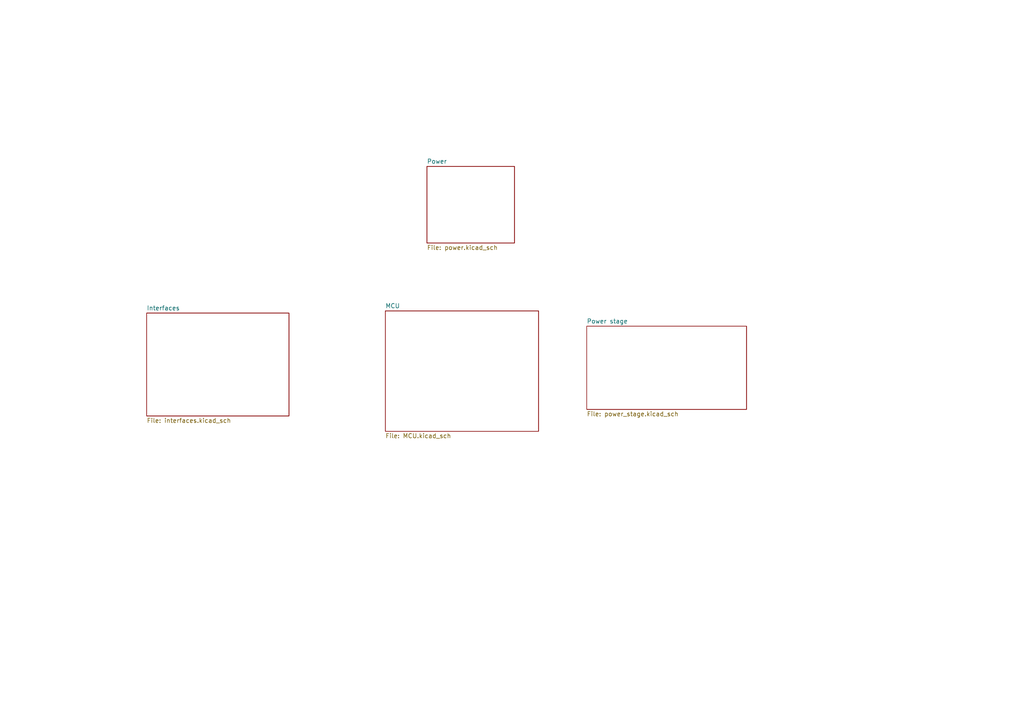
<source format=kicad_sch>
(kicad_sch (version 20211123) (generator eeschema)
  (paper "A4")
  (title_block (title "TFESC01A ") (date "2022-12-16") (company "ThunderFly s.r.o.") (comment 1 "VESC based UAVCAN ESC \\n for unmanned vehicles"))
  (lib_symbols)
  (sheet (at 170.18 94.615) (size 46.355 24.13) (stroke (width 0.1524))
    (property "Sheet name" "Power stage" (at 170.18 93.9034 0) (effects (justify left bottom)))
    (property "Sheet file" "power_stage.kicad_sch" (at 170.18 119.3296 0) (effects (justify left top)))
  )
  (sheet (at 123.825 48.26) (size 25.4 22.225) (stroke (width 0.1524))
    (property "Sheet name" "Power" (at 123.825 47.5484 0) (effects (justify left bottom)))
    (property "Sheet file" "power.kicad_sch" (at 123.825 71.0696 0) (effects (justify left top)))
  )
  (sheet (at 111.76 90.17) (size 44.45 34.925) (stroke (width 0.1524))
    (property "Sheet name" "MCU" (at 111.76 89.4584 0) (effects (justify left bottom)))
    (property "Sheet file" "MCU.kicad_sch" (at 111.76 125.6796 0) (effects (justify left top)))
  )
  (sheet (at 42.545 90.805) (size 41.275 29.845) (stroke (width 0.1524))
    (property "Sheet name" "Interfaces" (at 42.545 90.0934 0) (effects (justify left bottom)))
    (property "Sheet file" "interfaces.kicad_sch" (at 42.545 121.2346 0) (effects (justify left top)))
  )
)
</source>
